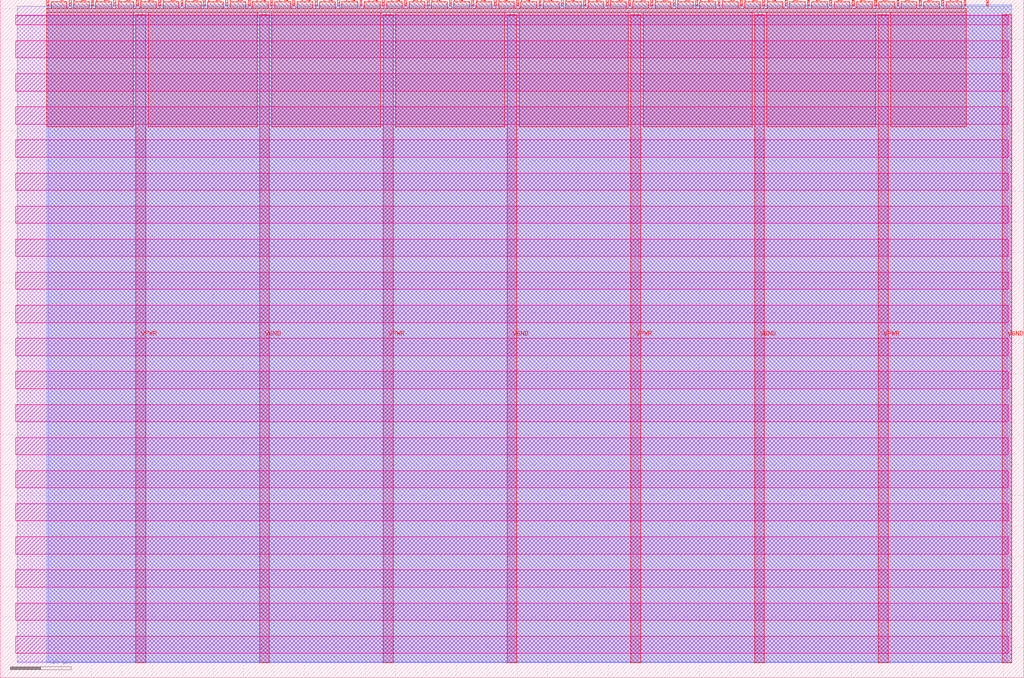
<source format=lef>
VERSION 5.7 ;
  NOWIREEXTENSIONATPIN ON ;
  DIVIDERCHAR "/" ;
  BUSBITCHARS "[]" ;
MACRO tt_um_ternaryPC_radixconvert
  CLASS BLOCK ;
  FOREIGN tt_um_ternaryPC_radixconvert ;
  ORIGIN 0.000 0.000 ;
  SIZE 168.360 BY 111.520 ;
  PIN VGND
    DIRECTION INOUT ;
    USE GROUND ;
    PORT
      LAYER met4 ;
        RECT 42.670 2.480 44.270 109.040 ;
    END
    PORT
      LAYER met4 ;
        RECT 83.380 2.480 84.980 109.040 ;
    END
    PORT
      LAYER met4 ;
        RECT 124.090 2.480 125.690 109.040 ;
    END
    PORT
      LAYER met4 ;
        RECT 164.800 2.480 166.400 109.040 ;
    END
  END VGND
  PIN VPWR
    DIRECTION INOUT ;
    USE POWER ;
    PORT
      LAYER met4 ;
        RECT 22.315 2.480 23.915 109.040 ;
    END
    PORT
      LAYER met4 ;
        RECT 63.025 2.480 64.625 109.040 ;
    END
    PORT
      LAYER met4 ;
        RECT 103.735 2.480 105.335 109.040 ;
    END
    PORT
      LAYER met4 ;
        RECT 144.445 2.480 146.045 109.040 ;
    END
  END VPWR
  PIN clk
    DIRECTION INPUT ;
    USE SIGNAL ;
    ANTENNAGATEAREA 0.852000 ;
    PORT
      LAYER met4 ;
        RECT 158.550 110.520 158.850 111.520 ;
    END
  END clk
  PIN ena
    DIRECTION INPUT ;
    USE SIGNAL ;
    PORT
      LAYER met4 ;
        RECT 162.230 110.520 162.530 111.520 ;
    END
  END ena
  PIN rst_n
    DIRECTION INPUT ;
    USE SIGNAL ;
    ANTENNAGATEAREA 0.126000 ;
    PORT
      LAYER met4 ;
        RECT 154.870 110.520 155.170 111.520 ;
    END
  END rst_n
  PIN ui_in[0]
    DIRECTION INPUT ;
    USE SIGNAL ;
    ANTENNAGATEAREA 0.196500 ;
    PORT
      LAYER met4 ;
        RECT 151.190 110.520 151.490 111.520 ;
    END
  END ui_in[0]
  PIN ui_in[1]
    DIRECTION INPUT ;
    USE SIGNAL ;
    ANTENNAGATEAREA 0.196500 ;
    PORT
      LAYER met4 ;
        RECT 147.510 110.520 147.810 111.520 ;
    END
  END ui_in[1]
  PIN ui_in[2]
    DIRECTION INPUT ;
    USE SIGNAL ;
    ANTENNAGATEAREA 0.126000 ;
    PORT
      LAYER met4 ;
        RECT 143.830 110.520 144.130 111.520 ;
    END
  END ui_in[2]
  PIN ui_in[3]
    DIRECTION INPUT ;
    USE SIGNAL ;
    ANTENNAGATEAREA 0.213000 ;
    PORT
      LAYER met4 ;
        RECT 140.150 110.520 140.450 111.520 ;
    END
  END ui_in[3]
  PIN ui_in[4]
    DIRECTION INPUT ;
    USE SIGNAL ;
    ANTENNAGATEAREA 0.159000 ;
    PORT
      LAYER met4 ;
        RECT 136.470 110.520 136.770 111.520 ;
    END
  END ui_in[4]
  PIN ui_in[5]
    DIRECTION INPUT ;
    USE SIGNAL ;
    ANTENNAGATEAREA 0.213000 ;
    PORT
      LAYER met4 ;
        RECT 132.790 110.520 133.090 111.520 ;
    END
  END ui_in[5]
  PIN ui_in[6]
    DIRECTION INPUT ;
    USE SIGNAL ;
    ANTENNAGATEAREA 0.213000 ;
    PORT
      LAYER met4 ;
        RECT 129.110 110.520 129.410 111.520 ;
    END
  END ui_in[6]
  PIN ui_in[7]
    DIRECTION INPUT ;
    USE SIGNAL ;
    ANTENNAGATEAREA 0.213000 ;
    PORT
      LAYER met4 ;
        RECT 125.430 110.520 125.730 111.520 ;
    END
  END ui_in[7]
  PIN uio_in[0]
    DIRECTION INPUT ;
    USE SIGNAL ;
    PORT
      LAYER met4 ;
        RECT 121.750 110.520 122.050 111.520 ;
    END
  END uio_in[0]
  PIN uio_in[1]
    DIRECTION INPUT ;
    USE SIGNAL ;
    PORT
      LAYER met4 ;
        RECT 118.070 110.520 118.370 111.520 ;
    END
  END uio_in[1]
  PIN uio_in[2]
    DIRECTION INPUT ;
    USE SIGNAL ;
    PORT
      LAYER met4 ;
        RECT 114.390 110.520 114.690 111.520 ;
    END
  END uio_in[2]
  PIN uio_in[3]
    DIRECTION INPUT ;
    USE SIGNAL ;
    PORT
      LAYER met4 ;
        RECT 110.710 110.520 111.010 111.520 ;
    END
  END uio_in[3]
  PIN uio_in[4]
    DIRECTION INPUT ;
    USE SIGNAL ;
    PORT
      LAYER met4 ;
        RECT 107.030 110.520 107.330 111.520 ;
    END
  END uio_in[4]
  PIN uio_in[5]
    DIRECTION INPUT ;
    USE SIGNAL ;
    PORT
      LAYER met4 ;
        RECT 103.350 110.520 103.650 111.520 ;
    END
  END uio_in[5]
  PIN uio_in[6]
    DIRECTION INPUT ;
    USE SIGNAL ;
    ANTENNAGATEAREA 0.196500 ;
    PORT
      LAYER met4 ;
        RECT 99.670 110.520 99.970 111.520 ;
    END
  END uio_in[6]
  PIN uio_in[7]
    DIRECTION INPUT ;
    USE SIGNAL ;
    ANTENNAGATEAREA 0.196500 ;
    PORT
      LAYER met4 ;
        RECT 95.990 110.520 96.290 111.520 ;
    END
  END uio_in[7]
  PIN uio_oe[0]
    DIRECTION OUTPUT TRISTATE ;
    USE SIGNAL ;
    PORT
      LAYER met4 ;
        RECT 33.430 110.520 33.730 111.520 ;
    END
  END uio_oe[0]
  PIN uio_oe[1]
    DIRECTION OUTPUT TRISTATE ;
    USE SIGNAL ;
    PORT
      LAYER met4 ;
        RECT 29.750 110.520 30.050 111.520 ;
    END
  END uio_oe[1]
  PIN uio_oe[2]
    DIRECTION OUTPUT TRISTATE ;
    USE SIGNAL ;
    PORT
      LAYER met4 ;
        RECT 26.070 110.520 26.370 111.520 ;
    END
  END uio_oe[2]
  PIN uio_oe[3]
    DIRECTION OUTPUT TRISTATE ;
    USE SIGNAL ;
    PORT
      LAYER met4 ;
        RECT 22.390 110.520 22.690 111.520 ;
    END
  END uio_oe[3]
  PIN uio_oe[4]
    DIRECTION OUTPUT TRISTATE ;
    USE SIGNAL ;
    PORT
      LAYER met4 ;
        RECT 18.710 110.520 19.010 111.520 ;
    END
  END uio_oe[4]
  PIN uio_oe[5]
    DIRECTION OUTPUT TRISTATE ;
    USE SIGNAL ;
    PORT
      LAYER met4 ;
        RECT 15.030 110.520 15.330 111.520 ;
    END
  END uio_oe[5]
  PIN uio_oe[6]
    DIRECTION OUTPUT TRISTATE ;
    USE SIGNAL ;
    PORT
      LAYER met4 ;
        RECT 11.350 110.520 11.650 111.520 ;
    END
  END uio_oe[6]
  PIN uio_oe[7]
    DIRECTION OUTPUT TRISTATE ;
    USE SIGNAL ;
    PORT
      LAYER met4 ;
        RECT 7.670 110.520 7.970 111.520 ;
    END
  END uio_oe[7]
  PIN uio_out[0]
    DIRECTION OUTPUT TRISTATE ;
    USE SIGNAL ;
    ANTENNADIFFAREA 0.795200 ;
    PORT
      LAYER met4 ;
        RECT 62.870 110.520 63.170 111.520 ;
    END
  END uio_out[0]
  PIN uio_out[1]
    DIRECTION OUTPUT TRISTATE ;
    USE SIGNAL ;
    ANTENNADIFFAREA 0.445500 ;
    PORT
      LAYER met4 ;
        RECT 59.190 110.520 59.490 111.520 ;
    END
  END uio_out[1]
  PIN uio_out[2]
    DIRECTION OUTPUT TRISTATE ;
    USE SIGNAL ;
    ANTENNADIFFAREA 0.445500 ;
    PORT
      LAYER met4 ;
        RECT 55.510 110.520 55.810 111.520 ;
    END
  END uio_out[2]
  PIN uio_out[3]
    DIRECTION OUTPUT TRISTATE ;
    USE SIGNAL ;
    ANTENNADIFFAREA 0.445500 ;
    PORT
      LAYER met4 ;
        RECT 51.830 110.520 52.130 111.520 ;
    END
  END uio_out[3]
  PIN uio_out[4]
    DIRECTION OUTPUT TRISTATE ;
    USE SIGNAL ;
    ANTENNADIFFAREA 0.445500 ;
    PORT
      LAYER met4 ;
        RECT 48.150 110.520 48.450 111.520 ;
    END
  END uio_out[4]
  PIN uio_out[5]
    DIRECTION OUTPUT TRISTATE ;
    USE SIGNAL ;
    ANTENNAGATEAREA 0.247500 ;
    ANTENNADIFFAREA 1.431000 ;
    PORT
      LAYER met4 ;
        RECT 44.470 110.520 44.770 111.520 ;
    END
  END uio_out[5]
  PIN uio_out[6]
    DIRECTION OUTPUT TRISTATE ;
    USE SIGNAL ;
    PORT
      LAYER met4 ;
        RECT 40.790 110.520 41.090 111.520 ;
    END
  END uio_out[6]
  PIN uio_out[7]
    DIRECTION OUTPUT TRISTATE ;
    USE SIGNAL ;
    PORT
      LAYER met4 ;
        RECT 37.110 110.520 37.410 111.520 ;
    END
  END uio_out[7]
  PIN uo_out[0]
    DIRECTION OUTPUT TRISTATE ;
    USE SIGNAL ;
    ANTENNAGATEAREA 0.756000 ;
    ANTENNADIFFAREA 0.891000 ;
    PORT
      LAYER met4 ;
        RECT 92.310 110.520 92.610 111.520 ;
    END
  END uo_out[0]
  PIN uo_out[1]
    DIRECTION OUTPUT TRISTATE ;
    USE SIGNAL ;
    ANTENNAGATEAREA 0.756000 ;
    ANTENNADIFFAREA 0.891000 ;
    PORT
      LAYER met4 ;
        RECT 88.630 110.520 88.930 111.520 ;
    END
  END uo_out[1]
  PIN uo_out[2]
    DIRECTION OUTPUT TRISTATE ;
    USE SIGNAL ;
    ANTENNAGATEAREA 0.999000 ;
    ANTENNADIFFAREA 0.891000 ;
    PORT
      LAYER met4 ;
        RECT 84.950 110.520 85.250 111.520 ;
    END
  END uo_out[2]
  PIN uo_out[3]
    DIRECTION OUTPUT TRISTATE ;
    USE SIGNAL ;
    ANTENNAGATEAREA 0.999000 ;
    ANTENNADIFFAREA 0.891000 ;
    PORT
      LAYER met4 ;
        RECT 81.270 110.520 81.570 111.520 ;
    END
  END uo_out[3]
  PIN uo_out[4]
    DIRECTION OUTPUT TRISTATE ;
    USE SIGNAL ;
    ANTENNAGATEAREA 1.120500 ;
    ANTENNADIFFAREA 0.891000 ;
    PORT
      LAYER met4 ;
        RECT 77.590 110.520 77.890 111.520 ;
    END
  END uo_out[4]
  PIN uo_out[5]
    DIRECTION OUTPUT TRISTATE ;
    USE SIGNAL ;
    ANTENNAGATEAREA 1.242000 ;
    ANTENNADIFFAREA 0.891000 ;
    PORT
      LAYER met4 ;
        RECT 73.910 110.520 74.210 111.520 ;
    END
  END uo_out[5]
  PIN uo_out[6]
    DIRECTION OUTPUT TRISTATE ;
    USE SIGNAL ;
    ANTENNAGATEAREA 0.994500 ;
    ANTENNADIFFAREA 0.891000 ;
    PORT
      LAYER met4 ;
        RECT 70.230 110.520 70.530 111.520 ;
    END
  END uo_out[6]
  PIN uo_out[7]
    DIRECTION OUTPUT TRISTATE ;
    USE SIGNAL ;
    ANTENNAGATEAREA 1.116000 ;
    ANTENNADIFFAREA 0.891000 ;
    PORT
      LAYER met4 ;
        RECT 66.550 110.520 66.850 111.520 ;
    END
  END uo_out[7]
  OBS
      LAYER nwell ;
        RECT 2.570 107.385 165.790 108.990 ;
        RECT 2.570 101.945 165.790 104.775 ;
        RECT 2.570 96.505 165.790 99.335 ;
        RECT 2.570 91.065 165.790 93.895 ;
        RECT 2.570 85.625 165.790 88.455 ;
        RECT 2.570 80.185 165.790 83.015 ;
        RECT 2.570 74.745 165.790 77.575 ;
        RECT 2.570 69.305 165.790 72.135 ;
        RECT 2.570 63.865 165.790 66.695 ;
        RECT 2.570 58.425 165.790 61.255 ;
        RECT 2.570 52.985 165.790 55.815 ;
        RECT 2.570 47.545 165.790 50.375 ;
        RECT 2.570 42.105 165.790 44.935 ;
        RECT 2.570 36.665 165.790 39.495 ;
        RECT 2.570 31.225 165.790 34.055 ;
        RECT 2.570 25.785 165.790 28.615 ;
        RECT 2.570 20.345 165.790 23.175 ;
        RECT 2.570 14.905 165.790 17.735 ;
        RECT 2.570 9.465 165.790 12.295 ;
        RECT 2.570 4.025 165.790 6.855 ;
      LAYER li1 ;
        RECT 2.760 2.635 165.600 108.885 ;
      LAYER met1 ;
        RECT 2.760 2.480 166.400 110.460 ;
      LAYER met2 ;
        RECT 7.910 2.535 166.370 110.685 ;
      LAYER met3 ;
        RECT 7.630 2.555 166.390 110.665 ;
      LAYER met4 ;
        RECT 8.370 110.120 10.950 111.170 ;
        RECT 12.050 110.120 14.630 111.170 ;
        RECT 15.730 110.120 18.310 111.170 ;
        RECT 19.410 110.120 21.990 111.170 ;
        RECT 23.090 110.120 25.670 111.170 ;
        RECT 26.770 110.120 29.350 111.170 ;
        RECT 30.450 110.120 33.030 111.170 ;
        RECT 34.130 110.120 36.710 111.170 ;
        RECT 37.810 110.120 40.390 111.170 ;
        RECT 41.490 110.120 44.070 111.170 ;
        RECT 45.170 110.120 47.750 111.170 ;
        RECT 48.850 110.120 51.430 111.170 ;
        RECT 52.530 110.120 55.110 111.170 ;
        RECT 56.210 110.120 58.790 111.170 ;
        RECT 59.890 110.120 62.470 111.170 ;
        RECT 63.570 110.120 66.150 111.170 ;
        RECT 67.250 110.120 69.830 111.170 ;
        RECT 70.930 110.120 73.510 111.170 ;
        RECT 74.610 110.120 77.190 111.170 ;
        RECT 78.290 110.120 80.870 111.170 ;
        RECT 81.970 110.120 84.550 111.170 ;
        RECT 85.650 110.120 88.230 111.170 ;
        RECT 89.330 110.120 91.910 111.170 ;
        RECT 93.010 110.120 95.590 111.170 ;
        RECT 96.690 110.120 99.270 111.170 ;
        RECT 100.370 110.120 102.950 111.170 ;
        RECT 104.050 110.120 106.630 111.170 ;
        RECT 107.730 110.120 110.310 111.170 ;
        RECT 111.410 110.120 113.990 111.170 ;
        RECT 115.090 110.120 117.670 111.170 ;
        RECT 118.770 110.120 121.350 111.170 ;
        RECT 122.450 110.120 125.030 111.170 ;
        RECT 126.130 110.120 128.710 111.170 ;
        RECT 129.810 110.120 132.390 111.170 ;
        RECT 133.490 110.120 136.070 111.170 ;
        RECT 137.170 110.120 139.750 111.170 ;
        RECT 140.850 110.120 143.430 111.170 ;
        RECT 144.530 110.120 147.110 111.170 ;
        RECT 148.210 110.120 150.790 111.170 ;
        RECT 151.890 110.120 154.470 111.170 ;
        RECT 155.570 110.120 158.150 111.170 ;
        RECT 7.655 109.440 158.865 110.120 ;
        RECT 7.655 90.615 21.915 109.440 ;
        RECT 24.315 90.615 42.270 109.440 ;
        RECT 44.670 90.615 62.625 109.440 ;
        RECT 65.025 90.615 82.980 109.440 ;
        RECT 85.380 90.615 103.335 109.440 ;
        RECT 105.735 90.615 123.690 109.440 ;
        RECT 126.090 90.615 144.045 109.440 ;
        RECT 146.445 90.615 158.865 109.440 ;
  END
END tt_um_ternaryPC_radixconvert
END LIBRARY


</source>
